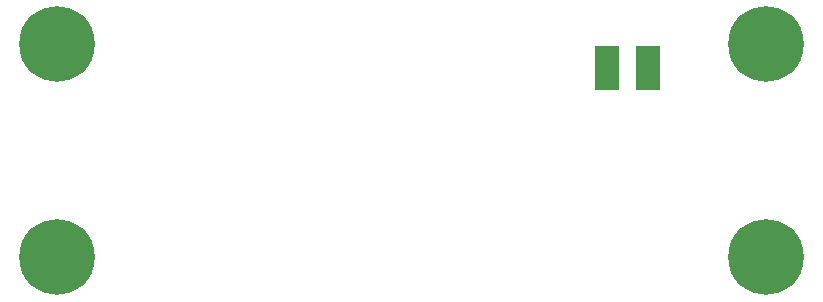
<source format=gbs>
G04 #@! TF.GenerationSoftware,KiCad,Pcbnew,(5.1.4)-1*
G04 #@! TF.CreationDate,2020-09-24T22:32:13-04:00*
G04 #@! TF.ProjectId,Taillight,5461696c-6c69-4676-9874-2e6b69636164,rev?*
G04 #@! TF.SameCoordinates,Original*
G04 #@! TF.FileFunction,Soldermask,Bot*
G04 #@! TF.FilePolarity,Negative*
%FSLAX46Y46*%
G04 Gerber Fmt 4.6, Leading zero omitted, Abs format (unit mm)*
G04 Created by KiCad (PCBNEW (5.1.4)-1) date 2020-09-24 22:32:13*
%MOMM*%
%LPD*%
G04 APERTURE LIST*
%ADD10R,2.000000X3.800000*%
%ADD11C,0.800000*%
%ADD12C,6.400000*%
G04 APERTURE END LIST*
D10*
X116500000Y-93000000D03*
X120000000Y-93000000D03*
D11*
X131697056Y-107302944D03*
X130000000Y-106600000D03*
X128302944Y-107302944D03*
X127600000Y-109000000D03*
X128302944Y-110697056D03*
X130000000Y-111400000D03*
X131697056Y-110697056D03*
X132400000Y-109000000D03*
D12*
X130000000Y-109000000D03*
D11*
X71697056Y-107302944D03*
X70000000Y-106600000D03*
X68302944Y-107302944D03*
X67600000Y-109000000D03*
X68302944Y-110697056D03*
X70000000Y-111400000D03*
X71697056Y-110697056D03*
X72400000Y-109000000D03*
D12*
X70000000Y-109000000D03*
D11*
X131697056Y-89302944D03*
X130000000Y-88600000D03*
X128302944Y-89302944D03*
X127600000Y-91000000D03*
X128302944Y-92697056D03*
X130000000Y-93400000D03*
X131697056Y-92697056D03*
X132400000Y-91000000D03*
D12*
X130000000Y-91000000D03*
D11*
X71697056Y-89302944D03*
X70000000Y-88600000D03*
X68302944Y-89302944D03*
X67600000Y-91000000D03*
X68302944Y-92697056D03*
X70000000Y-93400000D03*
X71697056Y-92697056D03*
X72400000Y-91000000D03*
D12*
X70000000Y-91000000D03*
M02*

</source>
